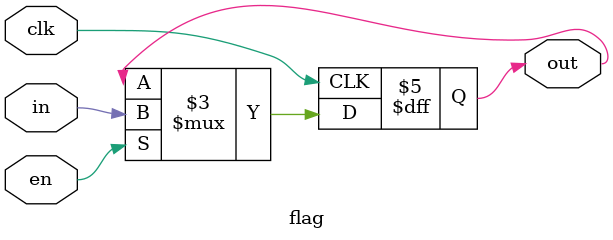
<source format=v>
module flag(in,out,clk,en);
input in,clk,en;
output reg out=1'b0;

always @(posedge clk)
begin
if(en)
out<=in;
end
endmodule




</source>
